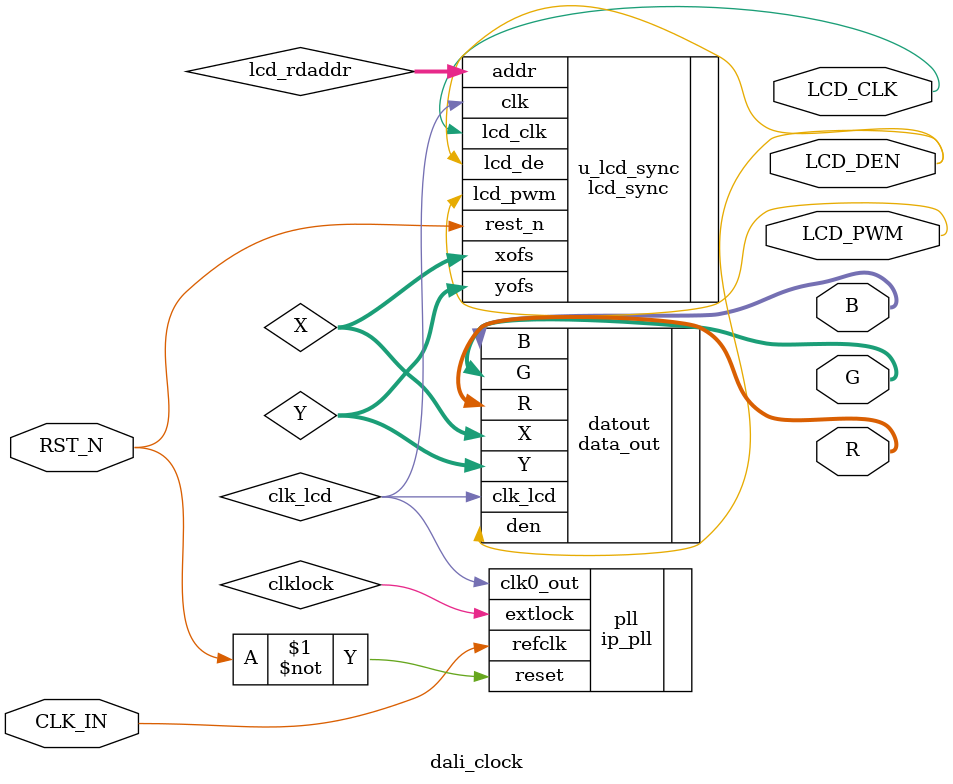
<source format=v>
module dali_clock
  (
   // input
   input wire        CLK_IN, // 24.0MHz
   input wire        RST_N,  // reset
   // LCD 
   output wire [0:7] R,
   output wire [0:7] G,
   output wire [0:7] B,
   output wire       LCD_CLK,
   output wire       LCD_DEN,
   output wire       LCD_PWM  // backlight,set to high
   );

   wire         clk_lcd;     // 33.3MHz
   wire         clklock;

   //
   
   ip_pll pll
     (
      .refclk   (CLK_IN),  // 24.0MHz
      .reset    (~RST_N),
      .extlock  (clklock), // 33.3MHz
      .clk0_out (clk_lcd)
      );

   
   //lcd display
   wire [10:0]       X;
   wire [10:0]       Y;
   wire              lcd_rden;
   wire [15:0]       lcd_rdaddr;
   
   lcd_sync 
     #(
       .IMG_W(800),
       .IMG_H(480)
       )
   u_lcd_sync
     (
      // input
      .clk      (clk_lcd),
      .rest_n   (RST_N),
      // output
      .lcd_clk  (LCD_CLK),
      .lcd_pwm  (LCD_PWM),
      .lcd_de   (LCD_DEN),
      .xofs     (X),
      .yofs     (Y),
      .addr     (lcd_rdaddr)
      );

   data_out datout
     (
      // input
      .clk_lcd  (clk_lcd), // 33.3MHz
      // out
      .R                (R),
      .G                (G),
      .B                (B),
      // input
      .den              (LCD_DEN),
      .X                (X),
      .Y                (Y)
      );
              
endmodule

</source>
